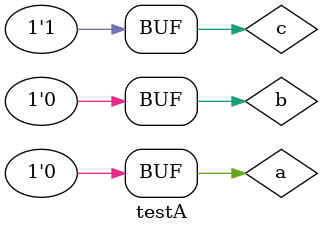
<source format=v>
`timescale 1ns / 1ps

module testA(

    );
    
    reg a, b, c;
    wire s;
    
    main circ(a, b, c); //dut [device unit test]
    initial begin
    a = 1;
    b = 0;
    c = 0;
    #500;
    
    a = 0;
    b = 1;
    c = 0;
    #500;
        
    a = 1;
    b = 1;
    c = 0;
    #500;
        
    a = 0;
    b = 0;
    c = 1;
    #500;
    end
    
endmodule

</source>
